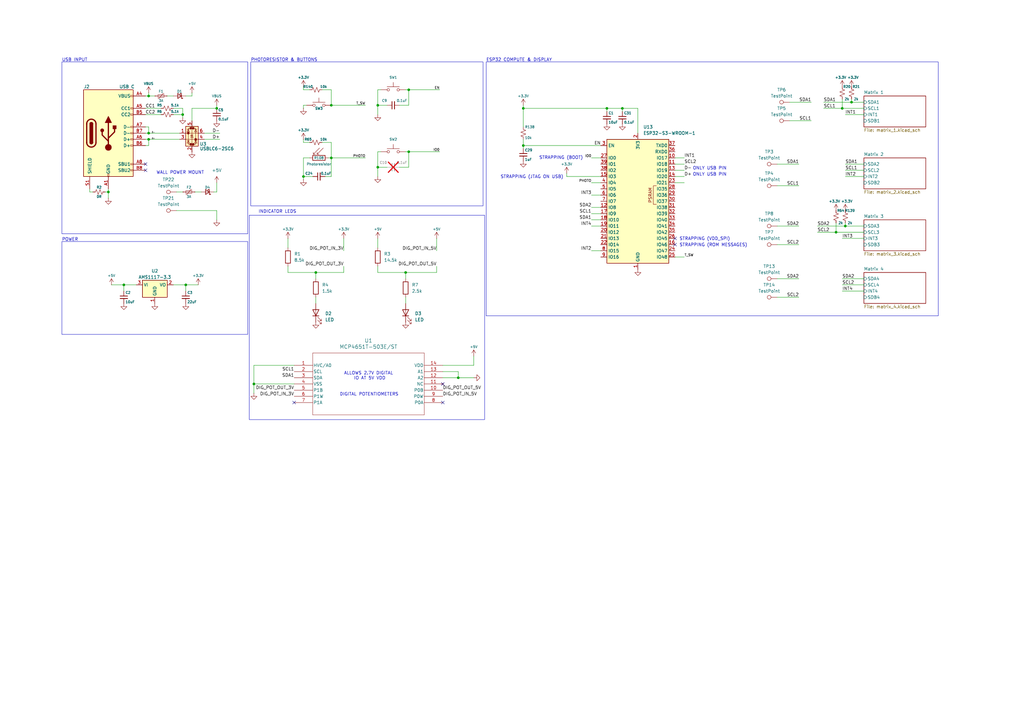
<source format=kicad_sch>
(kicad_sch (version 20231120) (generator "eeschema") (generator_version "8.0")
  (paper "A3")
  (lib_symbols
    (symbol "Connector:TestPoint" (pin_numbers hide) (pin_names (offset 0.762) hide)
      (property "Reference" "TP" (at 0 6.858 0))
      (property "Value" "TestPoint" (at 0 5.08 0))
      (symbol "TestPoint_1_1"
        (pin passive line (at 0 0 90) (length 2.54) (name "1") (number "1"))
      )
    )
    (symbol "Connector:USB_C_Receptacle_USB2.0_16P" (pin_names (offset 1.016))
      (property "Reference" "J" (at 0 22.225 0))
      (property "Value" "USB_C_Receptacle_USB2.0_16P" (at 0 19.685 0))
      (symbol "USB_C_Receptacle_USB2.0_16P_1_1"
        (pin passive line (at 0 -22.86 90) (length 5.08) (name "GND") (number "A1"))
        (pin passive line (at 0 -22.86 90) (length 5.08) hide (name "GND") (number "A12"))
        (pin passive line (at 15.24 15.24 180) (length 5.08) (name "VBUS") (number "A4"))
        (pin bidirectional line (at 15.24 10.16 180) (length 5.08) (name "CC1") (number "A5"))
        (pin bidirectional line (at 15.24 -2.54 180) (length 5.08) (name "D+") (number "A6"))
        (pin bidirectional line (at 15.24 2.54 180) (length 5.08) (name "D-") (number "A7"))
        (pin bidirectional line (at 15.24 -12.7 180) (length 5.08) (name "SBU1") (number "A8"))
        (pin passive line (at 15.24 15.24 180) (length 5.08) hide (name "VBUS") (number "A9"))
        (pin passive line (at 0 -22.86 90) (length 5.08) hide (name "GND") (number "B1"))
        (pin passive line (at 0 -22.86 90) (length 5.08) hide (name "GND") (number "B12"))
        (pin passive line (at 15.24 15.24 180) (length 5.08) hide (name "VBUS") (number "B4"))
        (pin bidirectional line (at 15.24 7.62 180) (length 5.08) (name "CC2") (number "B5"))
        (pin bidirectional line (at 15.24 -5.08 180) (length 5.08) (name "D+") (number "B6"))
        (pin bidirectional line (at 15.24 0 180) (length 5.08) (name "D-") (number "B7"))
        (pin bidirectional line (at 15.24 -15.24 180) (length 5.08) (name "SBU2") (number "B8"))
        (pin passive line (at 15.24 15.24 180) (length 5.08) hide (name "VBUS") (number "B9"))
        (pin passive line (at -7.62 -22.86 90) (length 5.08) (name "SHIELD") (number "S1"))
      )
    )
    (symbol "Device:C_Small" (pin_numbers hide) (pin_names (offset 0.254) hide)
      (property "Reference" "C" (at 0.254 1.778 0))
      (property "Value" "C_Small" (at 0.254 -2.032 0))
      (symbol "C_Small_1_1"
        (pin passive line (at 0 2.54 270) (length 2.032) (name "~") (number "1"))
        (pin passive line (at 0 -2.54 90) (length 2.032) (name "~") (number "2"))
      )
    )
    (symbol "Device:D_Schottky_Small" (pin_numbers hide) (pin_names (offset 0.254) hide)
      (property "Reference" "D" (at -1.27 2.032 0))
      (property "Value" "D_Schottky_Small" (at -7.112 -2.032 0))
      (symbol "D_Schottky_Small_1_1"
        (pin passive line (at -2.54 0 0) (length 1.778) (name "K") (number "1"))
        (pin passive line (at 2.54 0 180) (length 1.778) (name "A") (number "2"))
      )
    )
    (symbol "Device:LED" (pin_numbers hide) (pin_names (offset 1.016) hide)
      (property "Reference" "D" (at 0 2.54 0))
      (property "Value" "LED" (at 0 -2.54 0))
      (symbol "LED_1_1"
        (pin passive line (at -3.81 0 0) (length 2.54) (name "K") (number "1"))
        (pin passive line (at 3.81 0 180) (length 2.54) (name "A") (number "2"))
      )
    )
    (symbol "Device:Polyfuse_Small" (pin_numbers hide) (pin_names (offset 0))
      (property "Reference" "F" (at -1.905 0 90))
      (property "Value" "Polyfuse_Small" (at 1.905 0 90))
      (symbol "Polyfuse_Small_1_1"
        (pin passive line (at 0 2.54 270) (length 0.635) (name "~") (number "1"))
        (pin passive line (at 0 -2.54 90) (length 0.635) (name "~") (number "2"))
      )
    )
    (symbol "Device:R" (pin_numbers hide) (pin_names (offset 0))
      (property "Reference" "R" (at 2.032 0 90))
      (property "Value" "R" (at 0 0 90))
      (symbol "R_1_1"
        (pin passive line (at 0 3.81 270) (length 1.27) (name "~") (number "1"))
        (pin passive line (at 0 -3.81 90) (length 1.27) (name "~") (number "2"))
      )
    )
    (symbol "Device:R_Photo" (pin_numbers hide) (pin_names (offset 0))
      (property "Reference" "R" (at 1.27 1.27 0))
      (property "Value" "R_Photo" (at 1.27 0 0))
      (symbol "R_Photo_1_1"
        (pin passive line (at 0 3.81 270) (length 1.27) (name "~") (number "1"))
        (pin passive line (at 0 -3.81 90) (length 1.27) (name "~") (number "2"))
      )
    )
    (symbol "Device:R_Small_US" (pin_numbers hide) (pin_names (offset 0.254) hide)
      (property "Reference" "R" (at 0.762 0.508 0))
      (property "Value" "R_Small_US" (at 0.762 -1.016 0))
      (symbol "R_Small_US_1_1"
        (pin passive line (at 0 2.54 270) (length 1.016) (name "~") (number "1"))
        (pin passive line (at 0 -2.54 90) (length 1.016) (name "~") (number "2"))
      )
    )
    (symbol "Power_Protection:USBLC6-2SC6" (pin_names hide)
      (property "Reference" "U" (at 0.635 5.715 0))
      (property "Value" "USBLC6-2SC6" (at 0.635 3.81 0))
      (symbol "USBLC6-2SC6_1_1"
        (pin passive line (at -5.08 0 0) (length 2.54) (name "I/O1") (number "1"))
        (pin passive line (at 0 -7.62 90) (length 2.54) (name "GND") (number "2"))
        (pin passive line (at -5.08 -2.54 0) (length 2.54) (name "I/O2") (number "3"))
        (pin passive line (at 5.08 -2.54 180) (length 2.54) (name "I/O2") (number "4"))
        (pin passive line (at 0 5.08 270) (length 2.54) (name "VBUS") (number "5"))
        (pin passive line (at 5.08 0 180) (length 2.54) (name "I/O1") (number "6"))
      )
    )
    (symbol "RF_Module:ESP32-S3-WROOM-1"
      (property "Reference" "U" (at -12.7 26.67 0))
      (property "Value" "ESP32-S3-WROOM-1" (at 12.7 26.67 0))
      (symbol "ESP32-S3-WROOM-1_0_0"
        (text "PSRAM" (at 5.08 2.54 900) (effects (font (size 1.27 1.27))))
      )
      (symbol "ESP32-S3-WROOM-1_1_1"
        (pin power_in line (at 0 -27.94 90) (length 2.54) (name "GND") (number "1"))
        (pin bidirectional line (at 15.24 17.78 180) (length 2.54) (name "IO17") (number "10"))
        (pin bidirectional line (at 15.24 15.24 180) (length 2.54) (name "IO18") (number "11"))
        (pin bidirectional line (at -15.24 -2.54 0) (length 2.54) (name "IO8") (number "12"))
        (pin bidirectional line (at 15.24 12.7 180) (length 2.54) (name "IO19") (number "13"))
        (pin bidirectional line (at 15.24 10.16 180) (length 2.54) (name "IO20") (number "14"))
        (pin bidirectional line (at -15.24 10.16 0) (length 2.54) (name "IO3") (number "15"))
        (pin bidirectional line (at 15.24 -17.78 180) (length 2.54) (name "IO46") (number "16"))
        (pin bidirectional line (at -15.24 -5.08 0) (length 2.54) (name "IO9") (number "17"))
        (pin bidirectional line (at -15.24 -7.62 0) (length 2.54) (name "IO10") (number "18"))
        (pin bidirectional line (at -15.24 -10.16 0) (length 2.54) (name "IO11") (number "19"))
        (pin power_in line (at 0 27.94 270) (length 2.54) (name "3V3") (number "2"))
        (pin bidirectional line (at -15.24 -12.7 0) (length 2.54) (name "IO12") (number "20"))
        (pin bidirectional line (at -15.24 -15.24 0) (length 2.54) (name "IO13") (number "21"))
        (pin bidirectional line (at -15.24 -17.78 0) (length 2.54) (name "IO14") (number "22"))
        (pin bidirectional line (at 15.24 7.62 180) (length 2.54) (name "IO21") (number "23"))
        (pin bidirectional line (at 15.24 -20.32 180) (length 2.54) (name "IO47") (number "24"))
        (pin bidirectional line (at 15.24 -22.86 180) (length 2.54) (name "IO48") (number "25"))
        (pin bidirectional line (at 15.24 -15.24 180) (length 2.54) (name "IO45") (number "26"))
        (pin bidirectional line (at -15.24 17.78 0) (length 2.54) (name "IO0") (number "27"))
        (pin bidirectional line (at 15.24 5.08 180) (length 2.54) (name "IO35") (number "28"))
        (pin bidirectional line (at 15.24 2.54 180) (length 2.54) (name "IO36") (number "29"))
        (pin input line (at -15.24 22.86 0) (length 2.54) (name "EN") (number "3"))
        (pin bidirectional line (at 15.24 0 180) (length 2.54) (name "IO37") (number "30"))
        (pin bidirectional line (at 15.24 -2.54 180) (length 2.54) (name "IO38") (number "31"))
        (pin bidirectional line (at 15.24 -5.08 180) (length 2.54) (name "IO39") (number "32"))
        (pin bidirectional line (at 15.24 -7.62 180) (length 2.54) (name "IO40") (number "33"))
        (pin bidirectional line (at 15.24 -10.16 180) (length 2.54) (name "IO41") (number "34"))
        (pin bidirectional line (at 15.24 -12.7 180) (length 2.54) (name "IO42") (number "35"))
        (pin bidirectional line (at 15.24 20.32 180) (length 2.54) (name "RXD0") (number "36"))
        (pin bidirectional line (at 15.24 22.86 180) (length 2.54) (name "TXD0") (number "37"))
        (pin bidirectional line (at -15.24 12.7 0) (length 2.54) (name "IO2") (number "38"))
        (pin bidirectional line (at -15.24 15.24 0) (length 2.54) (name "IO1") (number "39"))
        (pin bidirectional line (at -15.24 7.62 0) (length 2.54) (name "IO4") (number "4"))
        (pin passive line (at 0 -27.94 90) (length 2.54) hide (name "GND") (number "40"))
        (pin passive line (at 0 -27.94 90) (length 2.54) hide (name "GND") (number "41"))
        (pin bidirectional line (at -15.24 5.08 0) (length 2.54) (name "IO5") (number "5"))
        (pin bidirectional line (at -15.24 2.54 0) (length 2.54) (name "IO6") (number "6"))
        (pin bidirectional line (at -15.24 0 0) (length 2.54) (name "IO7") (number "7"))
        (pin bidirectional line (at -15.24 -20.32 0) (length 2.54) (name "IO15") (number "8"))
        (pin bidirectional line (at -15.24 -22.86 0) (length 2.54) (name "IO16") (number "9"))
      )
    )
    (symbol "Regulator_Linear:AMS1117-3.3"
      (property "Reference" "U" (at -3.81 3.175 0))
      (property "Value" "AMS1117-3.3" (at 0 3.175 0))
      (symbol "AMS1117-3.3_1_1"
        (pin power_in line (at 0 -7.62 90) (length 2.54) (name "GND") (number "1"))
        (pin power_out line (at 7.62 0 180) (length 2.54) (name "VO") (number "2"))
        (pin power_in line (at -7.62 0 0) (length 2.54) (name "VI") (number "3"))
      )
    )
    (symbol "Switch:SW_Push" (pin_numbers hide) (pin_names (offset 1.016) hide)
      (property "Reference" "SW" (at 1.27 2.54 0))
      (property "Value" "SW_Push" (at 0 -1.524 0))
      (symbol "SW_Push_0_1"
        (pin passive line (at -5.08 0 0) (length 2.54) (name "1") (number "1"))
        (pin passive line (at 5.08 0 180) (length 2.54) (name "2") (number "2"))
      )
    )
    (symbol "map_lbr:MCP4651T-503E_ST" (pin_names (offset 0.254))
      (property "Reference" "U" (at 30.48 10.16 0))
      (property "Value" "MCP4651T-503E/ST" (at 30.48 7.62 0))
      (symbol "MCP4651T-503E_ST_0_1"
        (pin input line (at 0 0 0) (length 7.62) (name "HVC/A0") (number "1"))
        (pin unspecified line (at 60.96 -10.16 180) (length 7.62) (name "P0B") (number "10"))
        (pin no_connect line (at 60.96 -7.62 180) (length 7.62) (name "NC") (number "11"))
        (pin input line (at 60.96 -5.08 180) (length 7.62) (name "A2") (number "12"))
        (pin input line (at 60.96 -2.54 180) (length 7.62) (name "A1") (number "13"))
        (pin power_in line (at 60.96 0 180) (length 7.62) (name "VDD") (number "14"))
        (pin input line (at 0 -2.54 0) (length 7.62) (name "SCL") (number "2"))
        (pin bidirectional line (at 0 -5.08 0) (length 7.62) (name "SDA") (number "3"))
        (pin power_in line (at 0 -7.62 0) (length 7.62) (name "VSS") (number "4"))
        (pin unspecified line (at 0 -10.16 0) (length 7.62) (name "P1B") (number "5"))
        (pin unspecified line (at 0 -12.7 0) (length 7.62) (name "P1W") (number "6"))
        (pin unspecified line (at 0 -15.24 0) (length 7.62) (name "P1A") (number "7"))
        (pin unspecified line (at 60.96 -15.24 180) (length 7.62) (name "P0A") (number "8"))
        (pin unspecified line (at 60.96 -12.7 180) (length 7.62) (name "P0W") (number "9"))
      )
    )
    (symbol "power:+3.3V" (power) (pin_numbers hide) (pin_names (offset 0) hide)
      (property "Value" "+3.3V" (at 0 3.556 0))
      (symbol "+3.3V_1_1"
        (pin power_in line (at 0 0 90) (length 0) (name "~") (number "1"))
      )
    )
    (symbol "power:+5V" (power) (pin_numbers hide) (pin_names (offset 0) hide)
      (property "Value" "+5V" (at 0 3.556 0))
      (symbol "+5V_1_1"
        (pin power_in line (at 0 0 90) (length 0) (name "~") (number "1"))
      )
    )
    (symbol "power:GND" (power) (pin_numbers hide) (pin_names (offset 0) hide)
      (property "Value" "GND" (at 0 -3.81 0))
      (symbol "GND_1_1"
        (pin power_in line (at 0 0 270) (length 0) (name "~") (number "1"))
      )
    )
    (symbol "power:VBUS" (power) (pin_numbers hide) (pin_names (offset 0) hide)
      (property "Value" "VBUS" (at 0 3.556 0))
      (symbol "VBUS_1_1"
        (pin power_in line (at 0 0 90) (length 0) (name "~") (number "1"))
      )
    )
  )
  (junction (at 104.14 157.48))
  (junction (at 135.89 64.77))
  (junction (at 342.9 95.25))
  (junction (at 214.63 44.45))
  (junction (at 349.25 41.91))
  (junction (at 88.9 44.45))
  (junction (at 345.44 44.45))
  (junction (at 187.96 154.94))
  (junction (at 129.54 111.76))
  (junction (at 74.93 46.99))
  (junction (at 154.94 68.58))
  (junction (at 60.96 57.15))
  (junction (at 124.46 72.39))
  (junction (at 248.92 44.45))
  (junction (at 255.27 44.45))
  (junction (at 167.64 36.83))
  (junction (at 60.96 54.61))
  (junction (at 76.2 116.84))
  (junction (at 60.96 39.37))
  (junction (at 44.45 78.74))
  (junction (at 50.8 116.84))
  (junction (at 346.71 92.71))
  (junction (at 166.37 111.76))
  (junction (at 167.64 62.23))
  (junction (at 154.94 43.18))
  (junction (at 135.89 43.18))
  (junction (at 214.63 59.69))
  (no_connect (at 181.61 157.48))
  (no_connect (at 59.69 67.31))
  (no_connect (at 181.61 165.1))
  (no_connect (at 276.86 100.33))
  (no_connect (at 59.69 69.85))
  (no_connect (at 120.65 165.1))
  (no_connect (at 276.86 97.79))
  (wire (pts (xy 154.94 111.76) (xy 166.37 111.76)))
  (wire (pts (xy 140.97 111.76) (xy 140.97 109.22)))
  (wire (pts (xy 134.62 64.77) (xy 135.89 64.77)))
  (wire (pts (xy 88.9 78.74) (xy 88.9 74.93)))
  (wire (pts (xy 154.94 109.22) (xy 154.94 111.76)))
  (wire (pts (xy 280.67 64.77) (xy 276.86 64.77)))
  (wire (pts (xy 135.89 64.77) (xy 149.86 64.77)))
  (wire (pts (xy 104.14 157.48) (xy 104.14 161.29)))
  (wire (pts (xy 83.82 54.61) (xy 90.17 54.61)))
  (wire (pts (xy 124.46 35.56) (xy 124.46 36.83)))
  (wire (pts (xy 60.96 54.61) (xy 59.69 54.61)))
  (wire (pts (xy 132.08 58.42) (xy 135.89 58.42)))
  (wire (pts (xy 156.21 36.83) (xy 154.94 36.83)))
  (wire (pts (xy 163.83 43.18) (xy 167.64 43.18)))
  (wire (pts (xy 167.64 43.18) (xy 167.64 36.83)))
  (wire (pts (xy 59.69 57.15) (xy 60.96 57.15)))
  (wire (pts (xy 140.97 97.79) (xy 140.97 102.87)))
  (wire (pts (xy 135.89 43.18) (xy 149.86 43.18)))
  (wire (pts (xy 59.69 46.99) (xy 66.04 46.99)))
  (wire (pts (xy 167.64 62.23) (xy 180.34 62.23)))
  (wire (pts (xy 242.57 92.71) (xy 246.38 92.71)))
  (wire (pts (xy 242.57 85.09) (xy 246.38 85.09)))
  (wire (pts (xy 346.71 92.71) (xy 354.33 92.71)))
  (wire (pts (xy 132.08 36.83) (xy 135.89 36.83)))
  (wire (pts (xy 214.63 59.69) (xy 246.38 59.69)))
  (wire (pts (xy 345.44 40.64) (xy 345.44 44.45)))
  (wire (pts (xy 214.63 44.45) (xy 214.63 52.07)))
  (wire (pts (xy 76.2 116.84) (xy 81.28 116.84)))
  (wire (pts (xy 154.94 68.58) (xy 154.94 72.39)))
  (wire (pts (xy 342.9 91.44) (xy 342.9 95.25)))
  (wire (pts (xy 129.54 121.92) (xy 129.54 124.46)))
  (wire (pts (xy 60.96 57.15) (xy 73.66 57.15)))
  (wire (pts (xy 44.45 78.74) (xy 43.18 78.74)))
  (wire (pts (xy 78.74 44.45) (xy 78.74 49.53)))
  (wire (pts (xy 179.07 97.79) (xy 179.07 102.87)))
  (wire (pts (xy 167.64 68.58) (xy 167.64 62.23)))
  (wire (pts (xy 246.38 80.01) (xy 242.57 80.01)))
  (wire (pts (xy 345.44 116.84) (xy 354.33 116.84)))
  (wire (pts (xy 59.69 52.07) (xy 60.96 52.07)))
  (wire (pts (xy 166.37 111.76) (xy 179.07 111.76)))
  (wire (pts (xy 72.39 86.36) (xy 88.9 86.36)))
  (wire (pts (xy 327.66 92.71) (xy 318.77 92.71)))
  (wire (pts (xy 45.72 116.84) (xy 50.8 116.84)))
  (wire (pts (xy 60.96 54.61) (xy 73.66 54.61)))
  (wire (pts (xy 74.93 48.26) (xy 74.93 46.99)))
  (wire (pts (xy 50.8 116.84) (xy 55.88 116.84)))
  (wire (pts (xy 133.35 72.39) (xy 135.89 72.39)))
  (wire (pts (xy 135.89 64.77) (xy 135.89 58.42)))
  (wire (pts (xy 261.62 44.45) (xy 261.62 54.61)))
  (wire (pts (xy 135.89 72.39) (xy 135.89 64.77)))
  (wire (pts (xy 214.63 43.18) (xy 214.63 44.45)))
  (wire (pts (xy 327.66 100.33) (xy 318.77 100.33)))
  (wire (pts (xy 327.66 76.2) (xy 318.77 76.2)))
  (wire (pts (xy 60.96 57.15) (xy 60.96 59.69)))
  (wire (pts (xy 88.9 44.45) (xy 78.74 44.45)))
  (wire (pts (xy 327.66 114.3) (xy 318.77 114.3)))
  (wire (pts (xy 44.45 78.74) (xy 44.45 81.28)))
  (wire (pts (xy 232.41 71.12) (xy 232.41 72.39)))
  (wire (pts (xy 345.44 114.3) (xy 354.33 114.3)))
  (wire (pts (xy 214.63 57.15) (xy 214.63 59.69)))
  (wire (pts (xy 214.63 60.96) (xy 214.63 59.69)))
  (wire (pts (xy 280.67 67.31) (xy 276.86 67.31)))
  (wire (pts (xy 349.25 41.91) (xy 354.33 41.91)))
  (wire (pts (xy 118.11 109.22) (xy 118.11 111.76)))
  (wire (pts (xy 135.89 43.18) (xy 135.89 36.83)))
  (wire (pts (xy 154.94 97.79) (xy 154.94 101.6)))
  (wire (pts (xy 194.31 146.05) (xy 194.31 149.86)))
  (wire (pts (xy 156.21 62.23) (xy 154.94 62.23)))
  (wire (pts (xy 242.57 74.93) (xy 246.38 74.93)))
  (wire (pts (xy 327.66 67.31) (xy 318.77 67.31)))
  (wire (pts (xy 354.33 72.39) (xy 346.71 72.39)))
  (wire (pts (xy 166.37 121.92) (xy 166.37 124.46)))
  (wire (pts (xy 255.27 44.45) (xy 261.62 44.45)))
  (wire (pts (xy 68.58 39.37) (xy 71.12 39.37)))
  (wire (pts (xy 187.96 154.94) (xy 194.31 154.94)))
  (wire (pts (xy 76.2 39.37) (xy 78.74 39.37)))
  (wire (pts (xy 88.9 86.36) (xy 88.9 90.17)))
  (wire (pts (xy 124.46 72.39) (xy 124.46 73.66)))
  (wire (pts (xy 36.83 77.47) (xy 36.83 78.74)))
  (wire (pts (xy 276.86 74.93) (xy 280.67 74.93)))
  (wire (pts (xy 242.57 64.77) (xy 246.38 64.77)))
  (wire (pts (xy 167.64 36.83) (xy 166.37 36.83)))
  (wire (pts (xy 60.96 59.69) (xy 59.69 59.69)))
  (wire (pts (xy 167.64 36.83) (xy 180.34 36.83)))
  (wire (pts (xy 248.92 45.72) (xy 248.92 44.45)))
  (wire (pts (xy 71.12 116.84) (xy 76.2 116.84)))
  (wire (pts (xy 120.65 149.86) (xy 104.14 149.86)))
  (wire (pts (xy 118.11 97.79) (xy 118.11 101.6)))
  (wire (pts (xy 354.33 67.31) (xy 346.71 67.31)))
  (wire (pts (xy 87.63 78.74) (xy 88.9 78.74)))
  (wire (pts (xy 50.8 116.84) (xy 50.8 119.38)))
  (wire (pts (xy 242.57 90.17) (xy 246.38 90.17)))
  (wire (pts (xy 337.82 44.45) (xy 345.44 44.45)))
  (wire (pts (xy 166.37 111.76) (xy 166.37 114.3)))
  (wire (pts (xy 248.92 44.45) (xy 255.27 44.45)))
  (wire (pts (xy 242.57 87.63) (xy 246.38 87.63)))
  (wire (pts (xy 349.25 40.64) (xy 349.25 41.91)))
  (wire (pts (xy 76.2 116.84) (xy 76.2 119.38)))
  (wire (pts (xy 124.46 57.15) (xy 124.46 58.42)))
  (wire (pts (xy 354.33 69.85) (xy 346.71 69.85)))
  (wire (pts (xy 71.12 44.45) (xy 74.93 44.45)))
  (wire (pts (xy 332.74 41.91) (xy 323.85 41.91)))
  (wire (pts (xy 60.96 39.37) (xy 63.5 39.37)))
  (wire (pts (xy 78.74 38.1) (xy 78.74 39.37)))
  (wire (pts (xy 187.96 152.4) (xy 187.96 154.94)))
  (wire (pts (xy 125.73 43.18) (xy 124.46 43.18)))
  (wire (pts (xy 154.94 36.83) (xy 154.94 43.18)))
  (wire (pts (xy 276.86 69.85) (xy 280.67 69.85)))
  (wire (pts (xy 181.61 152.4) (xy 187.96 152.4)))
  (wire (pts (xy 179.07 111.76) (xy 179.07 109.22)))
  (wire (pts (xy 342.9 95.25) (xy 354.33 95.25)))
  (wire (pts (xy 74.93 44.45) (xy 74.93 46.99)))
  (wire (pts (xy 154.94 68.58) (xy 158.75 68.58)))
  (wire (pts (xy 124.46 64.77) (xy 127 64.77)))
  (wire (pts (xy 242.57 102.87) (xy 246.38 102.87)))
  (wire (pts (xy 345.44 119.38) (xy 354.33 119.38)))
  (wire (pts (xy 118.11 111.76) (xy 129.54 111.76)))
  (wire (pts (xy 44.45 77.47) (xy 44.45 78.74)))
  (wire (pts (xy 71.12 46.99) (xy 74.93 46.99)))
  (wire (pts (xy 345.44 44.45) (xy 354.33 44.45)))
  (wire (pts (xy 124.46 72.39) (xy 128.27 72.39)))
  (wire (pts (xy 124.46 36.83) (xy 127 36.83)))
  (wire (pts (xy 36.83 78.74) (xy 38.1 78.74)))
  (wire (pts (xy 59.69 44.45) (xy 66.04 44.45)))
  (wire (pts (xy 354.33 46.99) (xy 346.71 46.99)))
  (wire (pts (xy 214.63 44.45) (xy 248.92 44.45)))
  (wire (pts (xy 129.54 111.76) (xy 129.54 114.3)))
  (wire (pts (xy 120.65 157.48) (xy 104.14 157.48)))
  (wire (pts (xy 124.46 43.18) (xy 124.46 44.45)))
  (wire (pts (xy 104.14 149.86) (xy 104.14 157.48)))
  (wire (pts (xy 124.46 58.42) (xy 127 58.42)))
  (wire (pts (xy 154.94 43.18) (xy 154.94 46.99)))
  (wire (pts (xy 83.82 57.15) (xy 90.17 57.15)))
  (wire (pts (xy 88.9 43.18) (xy 88.9 44.45)))
  (wire (pts (xy 276.86 72.39) (xy 280.67 72.39)))
  (wire (pts (xy 255.27 44.45) (xy 255.27 45.72)))
  (wire (pts (xy 80.01 78.74) (xy 82.55 78.74)))
  (wire (pts (xy 59.69 39.37) (xy 60.96 39.37)))
  (wire (pts (xy 167.64 62.23) (xy 166.37 62.23)))
  (wire (pts (xy 327.66 121.92) (xy 318.77 121.92)))
  (wire (pts (xy 335.28 92.71) (xy 346.71 92.71)))
  (wire (pts (xy 154.94 62.23) (xy 154.94 68.58)))
  (wire (pts (xy 60.96 52.07) (xy 60.96 54.61)))
  (wire (pts (xy 124.46 64.77) (xy 124.46 72.39)))
  (wire (pts (xy 276.86 105.41) (xy 280.67 105.41)))
  (wire (pts (xy 194.31 149.86) (xy 181.61 149.86)))
  (wire (pts (xy 163.83 68.58) (xy 167.64 68.58)))
  (wire (pts (xy 60.96 38.1) (xy 60.96 39.37)))
  (wire (pts (xy 181.61 154.94) (xy 187.96 154.94)))
  (wire (pts (xy 129.54 111.76) (xy 140.97 111.76)))
  (wire (pts (xy 232.41 72.39) (xy 246.38 72.39)))
  (wire (pts (xy 337.82 41.91) (xy 349.25 41.91)))
  (wire (pts (xy 72.39 78.74) (xy 74.93 78.74)))
  (wire (pts (xy 346.71 91.44) (xy 346.71 92.71)))
  (wire (pts (xy 154.94 43.18) (xy 158.75 43.18)))
  (wire (pts (xy 345.44 97.79) (xy 354.33 97.79)))
  (wire (pts (xy 332.74 49.53) (xy 323.85 49.53)))
  (wire (pts (xy 335.28 95.25) (xy 342.9 95.25)))
  (rectangle (start 102.87 25.4) (end 198.12 84.455))
  (rectangle (start 25.4 25.4) (end 101.6 95.885))
  (rectangle (start 199.39 25.4) (end 384.81 129.54))
  (rectangle (start 25.4 99.06) (end 101.6 137.16))
  (rectangle (start 102.235 88.265) (end 198.755 172.085))
  (text "STRAPPING (BOOT)" (at 230.124 64.77 0) (effects (font (size 1.27 1.27))))
  (text "USB INPUT" (at 25.4 25.4 0) (effects (font (size 1.27 1.27)) (justify left bottom)))
  (text "DIGITAL POTENTIOMETERS" (at 151.384 161.798 0) (effects (font (size 1.27 1.27))))
  (text "INDICATOR LEDS" (at 113.792 86.868 0) (effects (font (size 1.27 1.27))))
  (text "ONLY USB PIN" (at 291.084 71.628 0) (effects (font (size 1.27 1.27))))
  (text "WALL POWER MOUNT" (at 73.914 70.866 0) (effects (font (size 1.27 1.27))))
  (text "PHOTORESISTOR & BUTTONS" (at 102.87 25.4 0) (effects (font (size 1.27 1.27)) (justify left bottom)))
  (text "ESP32 COMPUTE & DISPLAY" (at 199.39 25.4 0) (effects (font (size 1.27 1.27)) (justify left bottom)))
  (text "ALLOWS 2.7V DIGITAL \nIO AT 5V VDD" (at 151.638 154.178 0) (effects (font (size 1.27 1.27))))
  (text "POWER" (at 25.4 99.06 0) (effects (font (size 1.27 1.27)) (justify left bottom)))
  (text "STRAPPING (VDD_SPI)" (at 289.052 98.044 0) (effects (font (size 1.27 1.27))))
  (text "ONLY USB PIN" (at 291.084 69.088 0) (effects (font (size 1.27 1.27))))
  (text "STRAPPING (ROM MESSAGES)" (at 292.608 100.584 0) (effects (font (size 1.27 1.27))))
  (text "STRAPPING (JTAG ON USB)" (at 218.186 72.644 0) (effects (font (size 1.27 1.27))))
  (label "D+" (at 280.67 72.39 0))
  (label "SCL1" (at 346.71 69.85 0))
  (label "DIG_POT_OUT_3V" (at 120.65 160.02 180))
  (label "INT4" (at 345.44 119.38 0))
  (label "SCL2" (at 327.66 100.33 180))
  (label "IO0" (at 180.34 62.23 180) (effects (font (size 1 1))))
  (label "DIG_POT_IN_3V" (at 140.97 102.87 180))
  (label "SCL1" (at 327.66 76.2 180))
  (label "D+" (at 90.17 57.15 180))
  (label "SDA1" (at 242.57 90.17 180))
  (label "DIG_POT_OUT_5V" (at 179.07 109.22 180))
  (label "SCL2" (at 280.67 67.31 0))
  (label "T_SW" (at 149.86 43.18 180) (effects (font (size 1 1))))
  (label "INT3" (at 242.57 80.01 180))
  (label "SDA1" (at 346.71 67.31 0))
  (label "INT2" (at 242.57 102.87 180))
  (label "SDA2" (at 327.66 92.71 180))
  (label "EN" (at 180.34 36.83 180) (effects (font (size 1 1))))
  (label "DIG_POT_OUT_5V" (at 181.61 160.02 0))
  (label "PHOTO" (at 149.86 64.77 180) (effects (font (size 1 1))))
  (label "SDA1" (at 332.74 41.91 180))
  (label "C-" (at 62.23 54.61 0) (effects (font (size 0.5 0.5))))
  (label "D-" (at 280.67 69.85 0))
  (label "SCL2" (at 335.28 95.25 0))
  (label "IO0" (at 242.57 64.77 180) (effects (font (size 1 1))))
  (label "SCL1" (at 120.65 152.4 180))
  (label "PHOTO" (at 242.57 74.93 180) (effects (font (size 1 1))))
  (label "INT4" (at 242.57 92.71 180))
  (label "SCL2" (at 345.44 116.84 0))
  (label "EN" (at 246.38 59.69 180))
  (label "DIG_POT_IN_3V" (at 120.65 162.56 180))
  (label "SCL2" (at 327.66 121.92 180))
  (label "INT3" (at 345.44 97.79 0))
  (label "SCL1" (at 337.82 44.45 0))
  (label "INT1" (at 280.67 64.77 0))
  (label "DIG_POT_OUT_3V" (at 140.97 109.22 180))
  (label "C+" (at 62.23 57.15 0) (effects (font (size 0.5 0.5))))
  (label "INT2" (at 346.71 72.39 0))
  (label "T_SW" (at 280.67 105.41 0) (effects (font (size 1 1))))
  (label "SDA2" (at 327.66 114.3 180))
  (label "SDA1" (at 327.66 67.31 180))
  (label "CC1" (at 59.69 44.45 0))
  (label "D-" (at 90.17 54.61 180))
  (label "SCL1" (at 242.57 87.63 180))
  (label "INT1" (at 346.71 46.99 0))
  (label "DIG_POT_IN_5V" (at 179.07 102.87 180))
  (label "SCL1" (at 332.74 49.53 180))
  (label "SDA1" (at 337.82 41.91 0))
  (label "SDA2" (at 345.44 114.3 0))
  (label "SDA2" (at 242.57 85.09 180))
  (label "SDA2" (at 335.28 92.71 0))
  (label "SDA1" (at 120.65 154.94 180))
  (label "CC2" (at 59.69 46.99 0))
  (label "DIG_POT_IN_5V" (at 181.61 162.56 0))
  (symbol (lib_id "power:VBUS") (at 88.9 43.18 0) (unit 1)
    (property "Reference" "#PWR012" (effects (hide yes)))
    (property "Value" "VBUS" (at 88.9 39.37 0) (effects (font (size 1 1))))
    (property "Description" "Power symbol creates a global label with name \"VBUS\"" (effects (hide yes)))
  )
  (symbol (lib_id "power:+3.3V") (at 124.46 57.15 0) (unit 1)
    (property "Reference" "#PWR062" (effects (hide yes)))
    (property "Value" "+3.3V" (at 124.46 53.34 0) (effects (font (size 1 1))))
    (property "Description" "Power symbol creates a global label with name \"+3.3V\"" (effects (hide yes)))
  )
  (symbol (lib_id "power:+3.3V") (at 232.41 71.12 0) (unit 1)
    (property "Reference" "#PWR054" (effects (hide yes)))
    (property "Value" "+3.3V" (at 232.41 67.31 0) (effects (font (size 1 1))))
    (property "Description" "Power symbol creates a global label with name \"+3.3V\"" (effects (hide yes)))
  )
  (symbol (lib_id "power:+3.3V") (at 118.11 97.79 0) (unit 1) (on_board no)
    (property "Reference" "#PWR02" (effects (hide yes)))
    (property "Value" "+3.3V" (at 118.11 93.98 0) (effects (font (size 1 1))))
    (property "Description" "Power symbol creates a global label with name \"+3.3V\"" (effects (hide yes)))
  )
  (symbol (lib_id "Device:R") (at 166.37 118.11 0) (unit 1)
    (property "Reference" "R7" (at 168.91 116.8399 0) (effects (justify left)))
    (property "Value" "2.5k" (at 168.91 119.3799 0) (effects (justify left)))
    (property "Footprint" "Resistor_SMD:R_0603_1608Metric" (effects (hide yes)))
    (property "Description" "Resistor" (effects (hide yes)))
  )
  (symbol (lib_id "Device:Polyfuse_Small") (at 77.47 78.74 90) (unit 1)
    (property "Reference" "F2" (at 77.47 76.835 90) (effects (font (size 1 1))))
    (property "Value" "3A" (at 77.47 80.645 90) (effects (font (size 1 1))))
    (property "Footprint" "Fuse:Fuse_1206_3216Metric" (effects (hide yes)))
    (property "Description" "Resettable fuse, polymeric positive temperature coefficient, small symbol" (effects (hide yes)))
  )
  (symbol (lib_id "Device:R_Small_US") (at 129.54 36.83 90) (unit 1)
    (property "Reference" "R140" (at 126.365 35.56 90) (effects (font (size 1 1))))
    (property "Value" "10k" (at 132.715 35.56 90) (effects (font (size 1 1))))
    (property "Footprint" "Resistor_SMD:R_0402_1005Metric" (effects (hide yes)))
    (property "Description" "Resistor, small US symbol" (effects (hide yes)))
  )
  (symbol (lib_id "Device:C_Small") (at 255.27 48.26 0) (unit 1)
    (property "Reference" "C31" (at 255.905 46.355 0) (effects (font (size 1 1)) (justify left)))
    (property "Value" "0.1uF" (at 255.905 50.165 0) (effects (font (size 1 1)) (justify left)))
    (property "Footprint" "Capacitor_SMD:C_0402_1005Metric" (effects (hide yes)))
    (property "Description" "Unpolarized capacitor, small symbol" (effects (hide yes)))
  )
  (symbol (lib_id "power:GND") (at 124.46 44.45 0) (unit 1)
    (property "Reference" "#PWR044" (effects (hide yes)))
    (property "Value" "GND" (effects (hide yes)))
    (property "Description" "Power symbol creates a global label with name \"GND\" , ground" (effects (hide yes)))
  )
  (symbol (lib_id "Connector:TestPoint") (at 318.77 114.3 90) (unit 1)
    (property "Reference" "TP13" (at 315.468 109.22 90))
    (property "Value" "TestPoint" (at 315.468 111.76 90))
    (property "Footprint" "TestPoint:TestPoint_Pad_D2.5mm" (effects (hide yes)))
    (property "Description" "test point" (effects (hide yes)))
  )
  (symbol (lib_id "power:GND") (at 124.46 73.66 0) (unit 1)
    (property "Reference" "#PWR063" (effects (hide yes)))
    (property "Value" "GND" (effects (hide yes)))
    (property "Description" "Power symbol creates a global label with name \"GND\" , ground" (effects (hide yes)))
  )
  (symbol (lib_id "power:GND") (at 214.63 66.04 0) (unit 1)
    (property "Reference" "#PWR048" (effects (hide yes)))
    (property "Value" "GND" (effects (hide yes)))
    (property "Description" "Power symbol creates a global label with name \"GND\" , ground" (effects (hide yes)))
  )
  (symbol (lib_id "power:GND") (at 88.9 49.53 0) (unit 1)
    (property "Reference" "#PWR011" (effects (hide yes)))
    (property "Value" "GND" (effects (hide yes)))
    (property "Description" "Power symbol creates a global label with name \"GND\" , ground" (effects (hide yes)))
  )
  (symbol (lib_id "power:+3.3V") (at 214.63 43.18 0) (unit 1)
    (property "Reference" "#PWR046" (effects (hide yes)))
    (property "Value" "+3.3V" (at 214.63 39.37 0) (effects (font (size 1 1))))
    (property "Description" "Power symbol creates a global label with name \"+3.3V\"" (effects (hide yes)))
  )
  (symbol (lib_id "power:+3.3V") (at 81.28 116.84 0) (unit 1)
    (property "Reference" "#PWR016" (effects (hide yes)))
    (property "Value" "+3.3V" (at 81.28 113.03 0) (effects (font (size 1 1))))
    (property "Description" "Power symbol creates a global label with name \"+3.3V\"" (effects (hide yes)))
  )
  (symbol (lib_id "power:+5V") (at 194.31 146.05 0) (unit 1)
    (property "Reference" "#PWR04" (effects (hide yes)))
    (property "Value" "+5V" (at 194.31 142.24 0) (effects (font (size 1 1))))
    (property "Description" "Power symbol creates a global label with name \"+5V\"" (effects (hide yes)))
  )
  (symbol (lib_id "power:GND") (at 88.9 90.17 0) (unit 1)
    (property "Reference" "#PWR066" (effects (hide yes)))
    (property "Value" "GND" (effects (hide yes)))
    (property "Description" "Power symbol creates a global label with name \"GND\" , ground" (effects (hide yes)))
  )
  (symbol (lib_id "Switch:SW_Push") (at 161.29 62.23 0) (unit 1)
    (property "Reference" "SW2" (at 161.29 57.15 0) (effects (font (size 1 1))))
    (property "Value" "SW_Push" (effects (hide yes)))
    (property "Footprint" "Button_Switch_SMD:SW_SPST_SKQG_WithoutStem" (effects (hide yes)))
    (property "Description" "Push button switch, generic, two pins" (effects (hide yes)))
  )
  (symbol (lib_id "power:GND") (at 63.5 124.46 0) (unit 1)
    (property "Reference" "#PWR06" (effects (hide yes)))
    (property "Value" "GND" (effects (hide yes)))
    (property "Description" "Power symbol creates a global label with name \"GND\" , ground" (effects (hide yes)))
  )
  (symbol (lib_id "RF_Module:ESP32-S3-WROOM-1") (at 261.62 82.55 0) (unit 1)
    (property "Reference" "U13" (at 263.8141 52.07 0) (effects (justify left)))
    (property "Value" "ESP32-S3-WROOM-1" (at 263.8141 54.61 0) (effects (justify left)))
    (property "Footprint" "RF_Module:ESP32-S3-WROOM-1" (effects (hide yes)))
    (property "Datasheet" "https://www.espressif.com/sites/default/files/documentation/esp32-s3-wroom-1_wroom-1u_datasheet_en.pdf" (effects (hide yes)))
    (property "Description" "RF Module, ESP32-S3 SoC, Wi-Fi 802.11b/g/n, Bluetooth, BLE, 32-bit, 3.3V, onboard antenna, SMD" (effects (hide yes)))
  )
  (symbol (lib_id "Power_Protection:USBLC6-2SC6") (at 78.74 54.61 0) (unit 1)
    (property "Reference" "U3" (at 81.915 59.055 0) (effects (justify left)))
    (property "Value" "USBLC6-2SC6" (at 81.915 60.96 0) (effects (justify left)))
    (property "Footprint" "Package_TO_SOT_SMD:SOT-23-6" (effects (hide yes)))
    (property "Datasheet" "https://www.st.com/resource/en/datasheet/usblc6-2.pdf" (effects (hide yes)))
    (property "Description" "Very low capacitance ESD protection diode, 2 data-line, SOT-23-6" (effects (hide yes)))
  )
  (symbol (lib_id "Connector:TestPoint") (at 318.77 67.31 90) (unit 1)
    (property "Reference" "TP3" (at 315.468 62.23 90))
    (property "Value" "TestPoint" (at 315.468 64.77 90))
    (property "Footprint" "TestPoint:TestPoint_Pad_D2.5mm" (effects (hide yes)))
    (property "Description" "test point" (effects (hide yes)))
  )
  (symbol (lib_id "power:GND") (at 74.93 48.26 0) (unit 1)
    (property "Reference" "#PWR09" (effects (hide yes)))
    (property "Value" "GND" (effects (hide yes)))
    (property "Description" "Power symbol creates a global label with name \"GND\" , ground" (effects (hide yes)))
  )
  (symbol (lib_id "Device:R_Small_US") (at 129.54 58.42 90) (unit 1)
    (property "Reference" "R65" (at 126.365 57.15 90) (effects (font (size 1 1))))
    (property "Value" "10k" (at 132.715 57.15 90) (effects (font (size 1 1))))
    (property "Footprint" "Resistor_SMD:R_0402_1005Metric" (effects (hide yes)))
    (property "Description" "Resistor, small US symbol" (effects (hide yes)))
  )
  (symbol (lib_id "Device:C_Small") (at 248.92 48.26 0) (unit 1)
    (property "Reference" "C1" (at 249.555 46.355 0) (effects (font (size 1 1)) (justify left)))
    (property "Value" "10uF" (at 249.555 50.165 0) (effects (font (size 1 1)) (justify left)))
    (property "Footprint" "Capacitor_SMD:C_0402_1005Metric" (effects (hide yes)))
    (property "Description" "Unpolarized capacitor, small symbol" (effects (hide yes)))
  )
  (symbol (lib_id "Device:R_Small_US") (at 345.44 38.1 0) (unit 1)
    (property "Reference" "R20" (at 347.345 35.56 0) (effects (font (size 1 1))))
    (property "Value" "2k" (at 347.345 40.64 0) (effects (font (size 1 1))))
    (property "Footprint" "Resistor_SMD:R_0402_1005Metric" (effects (hide yes)))
    (property "Description" "Resistor, small US symbol" (effects (hide yes)))
  )
  (symbol (lib_id "power:GND") (at 76.2 124.46 0) (unit 1)
    (property "Reference" "#PWR07" (effects (hide yes)))
    (property "Value" "GND" (effects (hide yes)))
    (property "Description" "Power symbol creates a global label with name \"GND\" , ground" (effects (hide yes)))
  )
  (symbol (lib_id "Device:R_Small_US") (at 68.58 44.45 90) (unit 1)
    (property "Reference" "R5" (at 65.405 43.18 90) (effects (font (size 1 1))))
    (property "Value" "5.1k" (at 71.755 43.18 90) (effects (font (size 1 1))))
    (property "Footprint" "Resistor_SMD:R_0402_1005Metric" (effects (hide yes)))
    (property "Description" "Resistor, small US symbol" (effects (hide yes)))
  )
  (symbol (lib_id "Device:C_Small") (at 88.9 46.99 0) (unit 1)
    (property "Reference" "C5" (at 89.535 45.085 0) (effects (font (size 1 1)) (justify left)))
    (property "Value" "0.1uF" (at 89.535 48.895 0) (effects (font (size 1 1)) (justify left)))
    (property "Footprint" "Capacitor_SMD:C_0402_1005Metric" (effects (hide yes)))
    (property "Description" "Unpolarized capacitor, small symbol" (effects (hide yes)))
  )
  (symbol (lib_id "Connector:TestPoint") (at 72.39 78.74 90) (unit 1)
    (property "Reference" "TP22" (at 69.088 73.66 90))
    (property "Value" "TestPoint" (at 69.088 76.2 90))
    (property "Footprint" "TestPoint:TestPoint_Pad_D2.5mm" (effects (hide yes)))
    (property "Description" "test point" (effects (hide yes)))
  )
  (symbol (lib_id "Device:R_Small_US") (at 349.25 38.1 0) (unit 1)
    (property "Reference" "R21" (at 351.155 35.56 0) (effects (font (size 1 1))))
    (property "Value" "2k" (at 351.155 40.64 0) (effects (font (size 1 1))))
    (property "Footprint" "Resistor_SMD:R_0402_1005Metric" (effects (hide yes)))
    (property "Description" "Resistor, small US symbol" (effects (hide yes)))
  )
  (symbol (lib_id "power:GND") (at 261.62 110.49 0) (unit 1)
    (property "Reference" "#PWR052" (effects (hide yes)))
    (property "Value" "GND" (effects (hide yes)))
    (property "Description" "Power symbol creates a global label with name \"GND\" , ground" (effects (hide yes)))
  )
  (symbol (lib_id "Device:R") (at 154.94 105.41 0) (unit 1)
    (property "Reference" "R3" (at 157.48 104.1399 0) (effects (justify left)))
    (property "Value" "14.5k" (at 157.48 106.6799 0) (effects (justify left)))
    (property "Footprint" "Resistor_SMD:R_0603_1608Metric" (effects (hide yes)))
    (property "Description" "Resistor" (effects (hide yes)))
  )
  (symbol (lib_id "Device:R") (at 129.54 118.11 0) (unit 1)
    (property "Reference" "R4" (at 132.08 116.8399 0) (effects (justify left)))
    (property "Value" "1.5k" (at 132.08 119.3799 0) (effects (justify left)))
    (property "Footprint" "Resistor_SMD:R_0603_1608Metric" (effects (hide yes)))
    (property "Description" "Resistor" (effects (hide yes)))
  )
  (symbol (lib_id "power:GND") (at 194.31 154.94 90) (unit 1) (on_board no)
    (property "Reference" "#PWR018" (effects (hide yes)))
    (property "Value" "GND" (effects (hide yes)))
    (property "Description" "Power symbol creates a global label with name \"GND\" , ground" (effects (hide yes)))
  )
  (symbol (lib_id "Connector:TestPoint") (at 323.85 49.53 90) (unit 1)
    (property "Reference" "TP5" (at 320.548 44.45 90))
    (property "Value" "TestPoint" (at 320.548 46.99 90))
    (property "Footprint" "TestPoint:TestPoint_Pad_D2.5mm" (effects (hide yes)))
    (property "Description" "test point" (effects (hide yes)))
  )
  (symbol (lib_id "power:GND") (at 129.54 132.08 0) (unit 1) (on_board no)
    (property "Reference" "#PWR039" (effects (hide yes)))
    (property "Value" "GND" (effects (hide yes)))
    (property "Description" "Power symbol creates a global label with name \"GND\" , ground" (effects (hide yes)))
  )
  (symbol (lib_id "Device:R_Small_US") (at 214.63 54.61 0) (unit 1)
    (property "Reference" "R138" (at 215.265 52.07 0) (effects (font (size 1 1)) (justify left)))
    (property "Value" "10k" (at 215.265 56.515 0) (effects (font (size 1 1)) (justify left)))
    (property "Footprint" "Resistor_SMD:R_0402_1005Metric" (effects (hide yes)))
    (property "Description" "Resistor, small US symbol" (effects (hide yes)))
  )
  (symbol (lib_id "Device:R_Small_US") (at 342.9 88.9 0) (unit 1)
    (property "Reference" "R64" (at 344.805 86.36 0) (effects (font (size 1 1))))
    (property "Value" "2k" (at 344.805 91.44 0) (effects (font (size 1 1))))
    (property "Footprint" "Resistor_SMD:R_0402_1005Metric" (effects (hide yes)))
    (property "Description" "Resistor, small US symbol" (effects (hide yes)))
  )
  (symbol (lib_id "Device:R_Small_US") (at 346.71 88.9 0) (unit 1)
    (property "Reference" "R139" (at 348.615 86.36 0) (effects (font (size 1 1))))
    (property "Value" "2k" (at 348.615 91.44 0) (effects (font (size 1 1))))
    (property "Footprint" "Resistor_SMD:R_0402_1005Metric" (effects (hide yes)))
    (property "Description" "Resistor, small US symbol" (effects (hide yes)))
  )
  (symbol (lib_id "Device:D_Schottky_Small") (at 85.09 78.74 180) (unit 1)
    (property "Reference" "D4" (at 85.09 76.835 0) (effects (font (size 1 1))))
    (property "Value" "RBR3MM40ATR" (effects (hide yes)))
    (property "Footprint" "map_lbr:DIO_RB051MM_ROM" (effects (hide yes)))
    (property "Datasheet" "https://fscdn.rohm.com/en/products/databook/datasheet/discrete/diode/schottky_barrier/rbr3mm40atr-e.pdf" (effects (hide yes)))
    (property "Description" "Schottky diode, small symbol" (effects (hide yes)))
  )
  (symbol (lib_id "Connector:TestPoint") (at 318.77 121.92 90) (unit 1)
    (property "Reference" "TP14" (at 315.468 116.84 90))
    (property "Value" "TestPoint" (at 315.468 119.38 90))
    (property "Footprint" "TestPoint:TestPoint_Pad_D2.5mm" (effects (hide yes)))
    (property "Description" "test point" (effects (hide yes)))
  )
  (symbol (lib_id "power:+3.3V") (at 342.9 86.36 0) (unit 1)
    (property "Reference" "#PWR060" (effects (hide yes)))
    (property "Value" "+3.3V" (at 342.265 82.55 0) (effects (font (size 1 1))))
    (property "Description" "Power symbol creates a global label with name \"+3.3V\"" (effects (hide yes)))
  )
  (symbol (lib_id "power:GND") (at 166.37 132.08 0) (unit 1) (on_board no)
    (property "Reference" "#PWR043" (effects (hide yes)))
    (property "Value" "GND" (effects (hide yes)))
    (property "Description" "Power symbol creates a global label with name \"GND\" , ground" (effects (hide yes)))
  )
  (symbol (lib_id "power:GND") (at 154.94 72.39 0) (unit 1)
    (property "Reference" "#PWR040" (effects (hide yes)))
    (property "Value" "GND" (effects (hide yes)))
    (property "Description" "Power symbol creates a global label with name \"GND\" , ground" (effects (hide yes)))
  )
  (symbol (lib_id "Connector:TestPoint") (at 318.77 100.33 90) (unit 1)
    (property "Reference" "TP7" (at 315.468 95.25 90))
    (property "Value" "TestPoint" (at 315.468 97.79 90))
    (property "Footprint" "TestPoint:TestPoint_Pad_D2.5mm" (effects (hide yes)))
    (property "Description" "test point" (effects (hide yes)))
  )
  (symbol (lib_id "Device:C_Small") (at 214.63 63.5 0) (unit 1)
    (property "Reference" "C29" (at 215.265 61.595 0) (effects (font (size 1 1)) (justify left)))
    (property "Value" "1uF" (at 215.265 65.405 0) (effects (font (size 1 1)) (justify left)))
    (property "Footprint" "Capacitor_SMD:C_0402_1005Metric" (effects (hide yes)))
    (property "Description" "Unpolarized capacitor, small symbol" (effects (hide yes)))
  )
  (symbol (lib_id "power:GND") (at 104.14 161.29 0) (unit 1) (on_board no)
    (property "Reference" "#PWR017" (effects (hide yes)))
    (property "Value" "GND" (effects (hide yes)))
    (property "Description" "Power symbol creates a global label with name \"GND\" , ground" (effects (hide yes)))
  )
  (symbol (lib_id "power:+5V") (at 45.72 116.84 0) (unit 1)
    (property "Reference" "#PWR015" (effects (hide yes)))
    (property "Value" "+5V" (at 45.72 113.03 0) (effects (font (size 1 1))))
    (property "Description" "Power symbol creates a global label with name \"+5V\"" (effects (hide yes)))
  )
  (symbol (lib_id "Connector:TestPoint") (at 323.85 41.91 90) (unit 1)
    (property "Reference" "TP6" (at 320.548 36.83 90))
    (property "Value" "TestPoint" (at 320.548 39.37 90))
    (property "Footprint" "TestPoint:TestPoint_Pad_D2.5mm" (effects (hide yes)))
    (property "Description" "test point" (effects (hide yes)))
  )
  (symbol (lib_id "power:GND") (at 44.45 81.28 0) (unit 1)
    (property "Reference" "#PWR08" (effects (hide yes)))
    (property "Value" "GND" (effects (hide yes)))
    (property "Description" "Power symbol creates a global label with name \"GND\" , ground" (effects (hide yes)))
  )
  (symbol (lib_id "power:GND") (at 154.94 46.99 0) (unit 1)
    (property "Reference" "#PWR041" (effects (hide yes)))
    (property "Value" "GND" (effects (hide yes)))
    (property "Description" "Power symbol creates a global label with name \"GND\" , ground" (effects (hide yes)))
  )
  (symbol (lib_id "Switch:SW_Push") (at 161.29 36.83 0) (unit 1)
    (property "Reference" "SW1" (at 161.29 31.75 0) (effects (font (size 1 1))))
    (property "Value" "SW_Push" (effects (hide yes)))
    (property "Footprint" "Button_Switch_SMD:SW_SPST_SKQG_WithoutStem" (effects (hide yes)))
    (property "Description" "Push button switch, generic, two pins" (effects (hide yes)))
  )
  (symbol (lib_id "Device:Polyfuse_Small") (at 66.04 39.37 90) (unit 1)
    (property "Reference" "F1" (at 66.04 37.465 90) (effects (font (size 1 1))))
    (property "Value" "3A" (at 66.04 41.275 90) (effects (font (size 1 1))))
    (property "Footprint" "Fuse:Fuse_1206_3216Metric" (effects (hide yes)))
    (property "Description" "Resettable fuse, polymeric positive temperature coefficient, small symbol" (effects (hide yes)))
  )
  (symbol (lib_id "Device:C_Small") (at 50.8 121.92 0) (unit 1)
    (property "Reference" "C2" (at 51.435 120.015 0) (effects (font (size 1 1)) (justify left)))
    (property "Value" "10uF" (at 51.435 123.825 0) (effects (font (size 1 1)) (justify left)))
    (property "Footprint" "Capacitor_SMD:C_0402_1005Metric" (effects (hide yes)))
    (property "Description" "Unpolarized capacitor, small symbol" (effects (hide yes)))
  )
  (symbol (lib_id "power:+5V") (at 78.74 38.1 0) (unit 1)
    (property "Reference" "#PWR014" (effects (hide yes)))
    (property "Value" "+5V" (at 78.74 34.29 0) (effects (font (size 1 1))))
    (property "Description" "Power symbol creates a global label with name \"+5V\"" (effects (hide yes)))
  )
  (symbol (lib_id "power:+5V") (at 154.94 97.79 0) (unit 1)
    (property "Reference" "#PWR03" (effects (hide yes)))
    (property "Value" "+5V" (at 154.94 93.98 0) (effects (font (size 1 1))))
    (property "Description" "Power symbol creates a global label with name \"+5V\"" (effects (hide yes)))
  )
  (symbol (lib_id "Connector:TestPoint") (at 318.77 92.71 90) (unit 1)
    (property "Reference" "TP8" (at 315.468 87.63 90))
    (property "Value" "TestPoint" (at 315.468 90.17 90))
    (property "Footprint" "TestPoint:TestPoint_Pad_D2.5mm" (effects (hide yes)))
    (property "Description" "test point" (effects (hide yes)))
  )
  (symbol (lib_id "Regulator_Linear:AMS1117-3.3") (at 63.5 116.84 0) (unit 1)
    (property "Reference" "U2" (at 63.5 111.125 0))
    (property "Value" "AMS1117-3.3" (at 63.5 113.665 0))
    (property "Footprint" "Package_TO_SOT_SMD:SOT-223-3_TabPin2" (effects (hide yes)))
    (property "Datasheet" "http://www.advanced-monolithic.com/pdf/ds1117.pdf" (effects (hide yes)))
    (property "Description" "1A Low Dropout regulator, positive, 3.3V fixed output, SOT-223" (effects (hide yes)))
  )
  (symbol (lib_id "Device:LED") (at 166.37 128.27 90) (unit 1)
    (property "Reference" "D3" (at 170.18 128.5874 90) (effects (justify right)))
    (property "Value" "LED" (at 170.18 131.1274 90) (effects (justify right)))
    (property "Footprint" "LED_SMD:LED_0805_2012Metric" (effects (hide yes)))
    (property "Datasheet" "https://www.lcsc.com/datasheet/lcsc_datasheet_2204191800_ROHM-Semicon-SMLMN2WB1CW1_C2992528.pdf" (effects (hide yes)))
    (property "Description" "Light emitting diode" (effects (hide yes)))
  )
  (symbol (lib_id "power:+5V") (at 88.9 74.93 0) (unit 1)
    (property "Reference" "#PWR01" (effects (hide yes)))
    (property "Value" "+5V" (at 88.9 69.85 0))
    (property "Description" "Power symbol creates a global label with name \"+5V\"" (effects (hide yes)))
  )
  (symbol (lib_id "map_lbr:MCP4651T-503E_ST") (at 120.65 149.86 0) (unit 1)
    (property "Reference" "U1" (at 151.13 139.7 0) (effects (font (size 1.524 1.524))))
    (property "Value" "MCP4651T-503E/ST" (at 151.13 142.24 0) (effects (font (size 1.524 1.524))))
    (property "Footprint" "map_lbr:TSSOP14_MC_MCH" (effects (hide yes)))
    (property "Datasheet" "https://ww1.microchip.com/downloads/en/DeviceDoc/22096b.pdf" (effects (hide yes)))
  )
  (symbol (lib_id "Device:D_Schottky_Small") (at 73.66 39.37 180) (unit 1)
    (property "Reference" "D1" (at 73.66 37.465 0) (effects (font (size 1 1))))
    (property "Value" "RBR3MM40ATR" (effects (hide yes)))
    (property "Footprint" "map_lbr:DIO_RB051MM_ROM" (effects (hide yes)))
    (property "Datasheet" "https://fscdn.rohm.com/en/products/databook/datasheet/discrete/diode/schottky_barrier/rbr3mm40atr-e.pdf" (effects (hide yes)))
    (property "Description" "Schottky diode, small symbol" (effects (hide yes)))
  )
  (symbol (lib_id "Device:C_Small") (at 161.29 43.18 90) (unit 1)
    (property "Reference" "C9" (at 158.75 41.275 90) (effects (font (size 1 1)) (justify left)))
    (property "Value" "0.1uF" (at 167.005 41.275 90) (effects (font (size 1 1)) (justify left)))
    (property "Footprint" "Capacitor_SMD:C_0402_1005Metric" (effects (hide yes)))
    (property "Description" "Unpolarized capacitor, small symbol" (effects (hide yes)))
  )
  (symbol (lib_id "power:GND") (at 78.74 62.23 0) (unit 1)
    (property "Reference" "#PWR013" (effects (hide yes)))
    (property "Value" "GND" (effects (hide yes)))
    (property "Description" "Power symbol creates a global label with name \"GND\" , ground" (effects (hide yes)))
  )
  (symbol (lib_id "Device:R_Small_US") (at 68.58 46.99 90) (unit 1)
    (property "Reference" "R6" (at 65.405 45.72 90) (effects (font (size 1 1))))
    (property "Value" "5.1k" (at 71.755 45.72 90) (effects (font (size 1 1))))
    (property "Footprint" "Resistor_SMD:R_0402_1005Metric" (effects (hide yes)))
    (property "Description" "Resistor, small US symbol" (effects (hide yes)))
  )
  (symbol (lib_id "Device:R_Small_US") (at 40.64 78.74 90) (unit 1)
    (property "Reference" "R2" (at 40.64 76.835 90) (effects (font (size 1 1))))
    (property "Value" "0R" (at 40.64 80.645 90) (effects (font (size 1 1))))
    (property "Footprint" "Resistor_SMD:R_0402_1005Metric" (effects (hide yes)))
    (property "Description" "Resistor, small US symbol" (effects (hide yes)))
  )
  (symbol (lib_id "Device:C_Small") (at 130.81 72.39 90) (unit 1)
    (property "Reference" "C24" (at 128.27 71.12 90) (effects (font (size 1 1)) (justify left)))
    (property "Value" "0.1uF" (at 135.89 71.12 90) (effects (font (size 1 1)) (justify left)))
    (property "Footprint" "Capacitor_SMD:C_0402_1005Metric" (effects (hide yes)))
    (property "Description" "Unpolarized capacitor, small symbol" (effects (hide yes)))
  )
  (symbol (lib_id "Device:C_Small") (at 76.2 121.92 0) (unit 1)
    (property "Reference" "C3" (at 76.835 120.015 0) (effects (font (size 1 1)) (justify left)))
    (property "Value" "22uF" (at 76.835 123.825 0) (effects (font (size 1 1)) (justify left)))
    (property "Footprint" "Capacitor_SMD:C_0603_1608Metric" (effects (hide yes)))
    (property "Description" "Unpolarized capacitor, small symbol" (effects (hide yes)))
  )
  (symbol (lib_id "Connector:TestPoint") (at 318.77 76.2 90) (unit 1)
    (property "Reference" "TP4" (at 315.468 71.12 90))
    (property "Value" "TestPoint" (at 315.468 73.66 90))
    (property "Footprint" "TestPoint:TestPoint_Pad_D2.5mm" (effects (hide yes)))
    (property "Description" "test point" (effects (hide yes)))
  )
  (symbol (lib_id "Connector:USB_C_Receptacle_USB2.0_16P") (at 44.45 54.61 0) (unit 1)
    (property "Reference" "J2" (at 35.56 35.56 0))
    (property "Value" "USB C" (at 52.07 35.56 0))
    (property "Footprint" "Connector_USB:USB_C_Receptacle_HRO_TYPE-C-31-M-12" (effects (hide yes)))
    (property "Datasheet" "https://www.usb.org/sites/default/files/documents/usb_type-c.zip" (effects (hide yes)))
    (property "Description" "USB 2.0-only 16P Type-C Receptacle connector" (effects (hide yes)))
  )
  (symbol (lib_id "Device:R_Photo") (at 130.81 64.77 270) (unit 1)
    (property "Reference" "R108" (at 130.81 64.77 90) (effects (font (size 1 1))))
    (property "Value" "Photoresistor" (at 130.81 67.31 90) (effects (font (size 1 1))))
    (property "Footprint" "map_lbr:Photoresistor" (effects (hide yes)))
    (property "Description" "Photoresistor" (effects (hide yes)))
  )
  (symbol (lib_id "power:+3.3V") (at 124.46 35.56 0) (unit 1)
    (property "Reference" "#PWR047" (effects (hide yes)))
    (property "Value" "+3.3V" (at 124.46 31.75 0) (effects (font (size 1 1))))
    (property "Description" "Power symbol creates a global label with name \"+3.3V\"" (effects (hide yes)))
  )
  (symbol (lib_id "power:+5V") (at 179.07 97.79 0) (unit 1)
    (property "Reference" "#PWR042" (effects (hide yes)))
    (property "Value" "+5V" (at 179.07 93.98 0) (effects (font (size 1 1))))
    (property "Description" "Power symbol creates a global label with name \"+5V\"" (effects (hide yes)))
  )
  (symbol (lib_id "power:GND") (at 50.8 124.46 0) (unit 1)
    (property "Reference" "#PWR05" (effects (hide yes)))
    (property "Value" "GND" (effects (hide yes)))
    (property "Description" "Power symbol creates a global label with name \"GND\" , ground" (effects (hide yes)))
  )
  (symbol (lib_id "power:+3.3V") (at 349.25 35.56 0) (unit 1)
    (property "Reference" "#PWR037" (effects (hide yes)))
    (property "Value" "+3.3V" (at 349.885 31.75 0) (effects (font (size 1 1))))
    (property "Description" "Power symbol creates a global label with name \"+3.3V\"" (effects (hide yes)))
  )
  (symbol (lib_id "Device:LED") (at 129.54 128.27 90) (unit 1)
    (property "Reference" "D2" (at 133.35 128.5874 90) (effects (justify right)))
    (property "Value" "LED" (at 133.35 131.1274 90) (effects (justify right)))
    (property "Footprint" "LED_SMD:LED_0805_2012Metric" (effects (hide yes)))
    (property "Datasheet" "https://www.lcsc.com/datasheet/lcsc_datasheet_2204191800_ROHM-Semicon-SMLMN2WB1CW1_C2992528.pdf" (effects (hide yes)))
    (property "Description" "Light emitting diode" (effects (hide yes)))
  )
  (symbol (lib_id "Switch:SW_Push") (at 130.81 43.18 0) (unit 1)
    (property "Reference" "SW3" (at 130.81 44.45 0) (effects (font (size 1 1))))
    (property "Value" "SW_Push" (effects (hide yes)))
    (property "Footprint" "Button_Switch_SMD:SW_SPST_SKQG_WithoutStem" (effects (hide yes)))
    (property "Description" "Push button switch, generic, two pins" (effects (hide yes)))
  )
  (symbol (lib_id "power:+3.3V") (at 346.71 86.36 0) (unit 1)
    (property "Reference" "#PWR061" (effects (hide yes)))
    (property "Value" "+3.3V" (at 347.345 82.55 0) (effects (font (size 1 1))))
    (property "Description" "Power symbol creates a global label with name \"+3.3V\"" (effects (hide yes)))
  )
  (symbol (lib_id "Device:R") (at 118.11 105.41 0) (unit 1)
    (property "Reference" "R1" (at 120.65 104.1399 0) (effects (justify left)))
    (property "Value" "8.5k" (at 120.65 106.6799 0) (effects (justify left)))
    (property "Footprint" "Resistor_SMD:R_0603_1608Metric" (effects (hide yes)))
    (property "Description" "Resistor" (effects (hide yes)))
  )
  (symbol (lib_id "power:VBUS") (at 60.96 38.1 0) (unit 1)
    (property "Reference" "#PWR010" (effects (hide yes)))
    (property "Value" "VBUS" (at 60.96 34.29 0) (effects (font (size 1 1))))
    (property "Description" "Power symbol creates a global label with name \"VBUS\"" (effects (hide yes)))
  )
  (symbol (lib_id "power:+3.3V") (at 345.44 35.56 0) (unit 1)
    (property "Reference" "#PWR036" (effects (hide yes)))
    (property "Value" "+3.3V" (at 344.805 31.75 0) (effects (font (size 1 1))))
    (property "Description" "Power symbol creates a global label with name \"+3.3V\"" (effects (hide yes)))
  )
  (symbol (lib_id "power:GND") (at 248.92 50.8 0) (unit 1)
    (property "Reference" "#PWR049" (effects (hide yes)))
    (property "Value" "GND" (effects (hide yes)))
    (property "Description" "Power symbol creates a global label with name \"GND\" , ground" (effects (hide yes)))
  )
  (symbol (lib_id "power:GND") (at 255.27 50.8 0) (unit 1)
    (property "Reference" "#PWR051" (effects (hide yes)))
    (property "Value" "GND" (effects (hide yes)))
    (property "Description" "Power symbol creates a global label with name \"GND\" , ground" (effects (hide yes)))
  )
  (symbol (lib_id "power:+3.3V") (at 140.97 97.79 0) (unit 1) (on_board no)
    (property "Reference" "#PWR038" (effects (hide yes)))
    (property "Value" "+3.3V" (at 140.97 93.98 0) (effects (font (size 1 1))))
    (property "Description" "Power symbol creates a global label with name \"+3.3V\"" (effects (hide yes)))
  )
  (symbol (lib_id "Device:C_Small") (at 161.29 68.58 90) (unit 1) (in_bom no) (dnp yes)
    (property "Reference" "C10" (at 158.75 66.675 90) (effects (font (size 1 1)) (justify left)))
    (property "Value" "0.1uF" (at 167.005 66.675 90) (effects (font (size 1 1)) (justify left)))
    (property "Footprint" "Capacitor_SMD:C_0402_1005Metric" (effects (hide yes)))
    (property "Description" "Unpolarized capacitor, small symbol" (effects (hide yes)))
  )
  (symbol (lib_id "Connector:TestPoint") (at 72.39 86.36 90) (unit 1)
    (property "Reference" "TP21" (at 69.088 81.28 90))
    (property "Value" "TestPoint" (at 69.088 83.82 90))
    (property "Footprint" "TestPoint:TestPoint_Pad_D2.5mm" (effects (hide yes)))
    (property "Description" "test point" (effects (hide yes)))
  )
  (sheet (at 354.33 39.37) (size 25.4 12.7) (stroke (width 0.1524))
    (property "Sheetname" "Matrix 1" (at 354.33 38.6584 0) (effects (justify left bottom)))
    (property "Sheetfile" "matrix_1.kicad_sch" (at 354.33 52.6546 0) (effects (justify left top)))
    (pin "SDB1" input (at 354.33 49.53 180))
    (pin "INT1" input (at 354.33 46.99 180))
    (pin "SDA1" input (at 354.33 41.91 180))
    (pin "SCL1" input (at 354.33 44.45 180))
  )
  (sheet (at 354.33 111.76) (size 25.4 12.7) (stroke (width 0.1524))
    (property "Sheetname" "Matrix 4" (at 354.33 111.0484 0) (effects (justify left bottom)))
    (property "Sheetfile" "matrix_4.kicad_sch" (at 354.33 125.0446 0) (effects (justify left top)))
    (pin "SDA4" input (at 354.33 114.3 180))
    (pin "SDB4" input (at 354.33 121.92 180))
    (pin "INT4" input (at 354.33 119.38 180))
    (pin "SCL4" input (at 354.33 116.84 180))
  )
  (sheet (at 354.33 90.17) (size 25.4 12.7) (stroke (width 0.1524))
    (property "Sheetname" "Matrix 3" (at 354.33 89.4584 0) (effects (justify left bottom)))
    (property "Sheetfile" "matrix_3.kicad_sch" (at 354.33 103.4546 0) (effects (justify left top)))
    (pin "INT3" input (at 354.33 97.79 180))
    (pin "SDA3" input (at 354.33 92.71 180))
    (pin "SCL3" input (at 354.33 95.25 180))
    (pin "SDB3" input (at 354.33 100.33 180))
  )
  (sheet (at 354.33 64.77) (size 25.4 12.7) (stroke (width 0.1524))
    (property "Sheetname" "Matrix 2" (at 354.33 64.0584 0) (effects (justify left bottom)))
    (property "Sheetfile" "matrix_2.kicad_sch" (at 354.33 78.0546 0) (effects (justify left top)))
    (pin "INT2" input (at 354.33 72.39 180))
    (pin "SDA2" input (at 354.33 67.31 180))
    (pin "SCL2" input (at 354.33 69.85 180))
    (pin "SDB2" input (at 354.33 74.93 180))
  )
)
</source>
